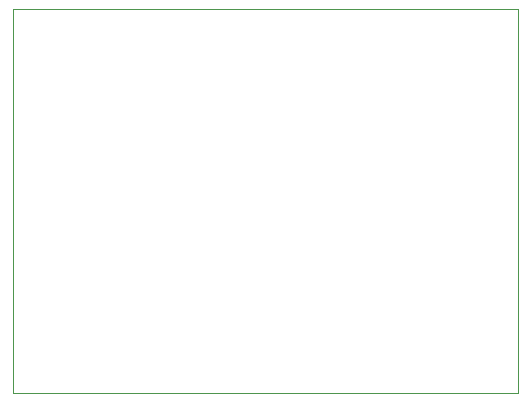
<source format=gbr>
%TF.GenerationSoftware,Altium Limited,Altium Designer,24.10.1 (45)*%
G04 Layer_Color=0*
%FSLAX45Y45*%
%MOMM*%
%TF.SameCoordinates,ACBC47F4-F80E-47A8-B574-4F082A8C8B29*%
%TF.FilePolarity,Positive*%
%TF.FileFunction,Profile,NP*%
%TF.Part,Single*%
G01*
G75*
%TA.AperFunction,Profile*%
%ADD37C,0.02540*%
D37*
X0Y0D02*
X4279900D01*
Y3251200D01*
X0D01*
Y0D01*
%TF.MD5,05a3548d0ae1151273a7e1f307f5f7a7*%
M02*

</source>
